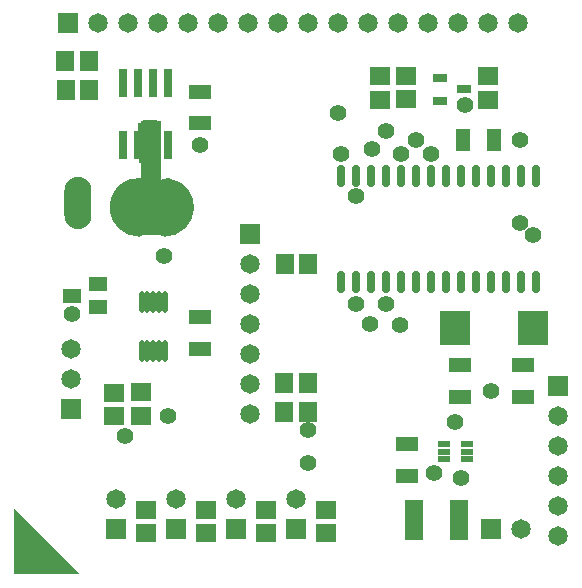
<source format=gts>
G04 Layer_Color=8388736*
%FSAX24Y24*%
%MOIN*%
G70*
G01*
G75*
%ADD40R,0.0800X0.0200*%
%ADD41R,0.0150X0.0150*%
%ADD42R,0.0450X0.0100*%
%ADD43R,0.0200X0.0300*%
%ADD44R,0.0650X0.2200*%
%ADD45O,0.0300X0.0100*%
%ADD46O,0.0350X0.0150*%
%ADD47R,0.0611X0.1359*%
%ADD48R,0.1005X0.1162*%
%ADD49O,0.0296X0.0749*%
%ADD50O,0.1740X0.0900*%
%ADD51O,0.0900X0.1740*%
%ADD52R,0.0611X0.0651*%
%ADD53R,0.0620X0.0460*%
%ADD54R,0.0651X0.0611*%
%ADD55R,0.0300X0.0930*%
%ADD56R,0.0454X0.0296*%
%ADD57R,0.0493X0.0729*%
%ADD58R,0.0729X0.0493*%
%ADD59O,0.0178X0.0729*%
%ADD60R,0.0395X0.0217*%
%ADD61C,0.0651*%
%ADD62R,0.0651X0.0651*%
%ADD63R,0.0651X0.0651*%
%ADD64C,0.0560*%
G36*
X039900Y050050D02*
Y049600D01*
X039750Y049450D01*
Y049200D01*
X039600D01*
X039326Y048926D01*
X039124D01*
X038850Y048900D01*
X038824Y048926D01*
X037924D01*
X037450Y049400D01*
Y049800D01*
X037600Y049950D01*
Y050100D01*
X038000Y050500D01*
X038500D01*
X038550Y050550D01*
X039400D01*
X039900Y050050D01*
D02*
G37*
G36*
X036300Y037500D02*
X034100D01*
Y039700D01*
X034100Y039700D01*
X036300Y037500D01*
D02*
G37*
D40*
X038650Y048900D02*
D03*
D41*
X038325Y051275D02*
D03*
D42*
X038625Y052600D02*
D03*
D43*
X038350Y052400D02*
D03*
D44*
X038675Y051500D02*
D03*
D45*
X037720Y049149D02*
G03*
X038274Y048926I000554J000577D01*
G01*
X039779Y050185D02*
G03*
X039583Y050381I-000655J-000459D01*
G01*
X039232Y050519D02*
G03*
X039124Y050526I-000108J-000793D01*
G01*
X039124Y048926D02*
G03*
X039924Y049701I000000J000800D01*
G01*
X039232Y050519D02*
G03*
X039124Y050526I-000108J-000793D01*
G01*
X038274D02*
G03*
X037720Y049149I000000J-000800D01*
G01*
X039924Y049701D02*
G03*
X039779Y050185I-000800J000025D01*
G01*
D46*
X037720Y049149D02*
G03*
X038274Y048926I000554J000577D01*
G01*
X039583Y050381D02*
G03*
X039232Y050519I-000459J-000655D01*
G01*
X039779Y050185D02*
G03*
X039583Y050381I-000655J-000459D01*
G01*
X039124Y048926D02*
G03*
X039924Y049701I000000J000800D01*
G01*
X038274Y050526D02*
G03*
X037720Y049149I000000J-000800D01*
G01*
X039924Y049701D02*
G03*
X039779Y050185I-000800J000025D01*
G01*
D47*
X047452Y039300D02*
D03*
X048948D02*
D03*
D48*
X051399Y045700D02*
D03*
X048801D02*
D03*
D49*
X045000Y047218D02*
D03*
X045500D02*
D03*
X046000D02*
D03*
X046500D02*
D03*
X047000D02*
D03*
X047500D02*
D03*
X048000D02*
D03*
X048500D02*
D03*
X049000D02*
D03*
X049500D02*
D03*
X050000D02*
D03*
X050500D02*
D03*
X051000D02*
D03*
X051500D02*
D03*
X045000Y050781D02*
D03*
X045500D02*
D03*
X046000D02*
D03*
X046500D02*
D03*
X047000D02*
D03*
X047500D02*
D03*
X048000D02*
D03*
X048500D02*
D03*
X049000D02*
D03*
X049500D02*
D03*
X050000D02*
D03*
X050500D02*
D03*
X051000D02*
D03*
X051500D02*
D03*
D50*
X038724Y049726D02*
D03*
D51*
X036250Y049850D02*
D03*
D52*
X043894Y043850D02*
D03*
X043106D02*
D03*
X043894Y042900D02*
D03*
X043106D02*
D03*
X043918Y047826D02*
D03*
X043130D02*
D03*
X035816Y054600D02*
D03*
X036604D02*
D03*
X035826Y053630D02*
D03*
X036614D02*
D03*
D53*
X036907Y046402D02*
D03*
Y047156D02*
D03*
X036034Y046776D02*
D03*
D54*
X037450Y042756D02*
D03*
Y043544D02*
D03*
X038324Y043570D02*
D03*
Y042782D02*
D03*
X038500Y038856D02*
D03*
Y039644D02*
D03*
X040500Y038856D02*
D03*
Y039644D02*
D03*
X047162Y054108D02*
D03*
Y053320D02*
D03*
X046300Y053306D02*
D03*
Y054094D02*
D03*
X049900Y053306D02*
D03*
Y054094D02*
D03*
X042500Y038856D02*
D03*
Y039644D02*
D03*
X044500Y038856D02*
D03*
Y039644D02*
D03*
D55*
X038224Y051802D02*
D03*
Y053856D02*
D03*
X037724Y051802D02*
D03*
X038724D02*
D03*
X039224D02*
D03*
X037724Y053856D02*
D03*
X038724D02*
D03*
X039224D02*
D03*
D56*
X048306Y054024D02*
D03*
Y053276D02*
D03*
X049094Y053650D02*
D03*
D57*
X049058Y051960D02*
D03*
X050121D02*
D03*
D58*
X051080Y043389D02*
D03*
Y044451D02*
D03*
X048970Y043398D02*
D03*
Y044461D02*
D03*
X047200Y041831D02*
D03*
Y040768D02*
D03*
X040310Y044988D02*
D03*
Y046052D02*
D03*
Y053582D02*
D03*
Y052519D02*
D03*
D59*
X038356Y044943D02*
D03*
X038553D02*
D03*
X038750D02*
D03*
X038947D02*
D03*
X039144D02*
D03*
X038356Y046557D02*
D03*
X038553D02*
D03*
X038750D02*
D03*
X038947D02*
D03*
X039144D02*
D03*
D60*
X048446Y041836D02*
D03*
Y041580D02*
D03*
Y041324D02*
D03*
X049194D02*
D03*
Y041580D02*
D03*
Y041836D02*
D03*
D61*
X043500Y040000D02*
D03*
X041500D02*
D03*
X039500D02*
D03*
X037500D02*
D03*
X052250Y042750D02*
D03*
Y041750D02*
D03*
Y040750D02*
D03*
Y039750D02*
D03*
Y038750D02*
D03*
X051000Y039000D02*
D03*
X041974Y046826D02*
D03*
Y047826D02*
D03*
Y045826D02*
D03*
Y044826D02*
D03*
Y043826D02*
D03*
Y042826D02*
D03*
X036000Y045000D02*
D03*
Y044000D02*
D03*
X036900Y055850D02*
D03*
X037900D02*
D03*
X038900D02*
D03*
X039900D02*
D03*
X040900D02*
D03*
X041900D02*
D03*
X042900D02*
D03*
X043900D02*
D03*
X044900D02*
D03*
X045900D02*
D03*
X046900D02*
D03*
X047900D02*
D03*
X048900D02*
D03*
X049900D02*
D03*
X050900D02*
D03*
D62*
X043500Y039000D02*
D03*
X041500D02*
D03*
X039500D02*
D03*
X037500D02*
D03*
X052250Y043750D02*
D03*
X041974Y048826D02*
D03*
X036000Y043000D02*
D03*
D63*
X050000Y039000D02*
D03*
X035900Y055850D02*
D03*
D64*
X035200Y037900D02*
D03*
X034500Y038600D02*
D03*
Y037900D02*
D03*
X046980Y045800D02*
D03*
X045980Y045820D02*
D03*
X050000Y043600D02*
D03*
X040300Y051800D02*
D03*
X039100Y048100D02*
D03*
X050965Y049185D02*
D03*
X051400Y048800D02*
D03*
X050960Y051960D02*
D03*
X045500Y050107D02*
D03*
X045000Y051515D02*
D03*
X046040Y051660D02*
D03*
X048000Y051515D02*
D03*
X047500Y051970D02*
D03*
X047000Y051515D02*
D03*
X046490Y052260D02*
D03*
X049130Y053120D02*
D03*
X036050Y046150D02*
D03*
X045500Y046485D02*
D03*
X044900Y052850D02*
D03*
X046500Y046485D02*
D03*
X048110Y040850D02*
D03*
X048800Y042550D02*
D03*
X049000Y040700D02*
D03*
X043894Y042300D02*
D03*
X043900Y041200D02*
D03*
X037800Y042100D02*
D03*
X039230Y042750D02*
D03*
M02*

</source>
